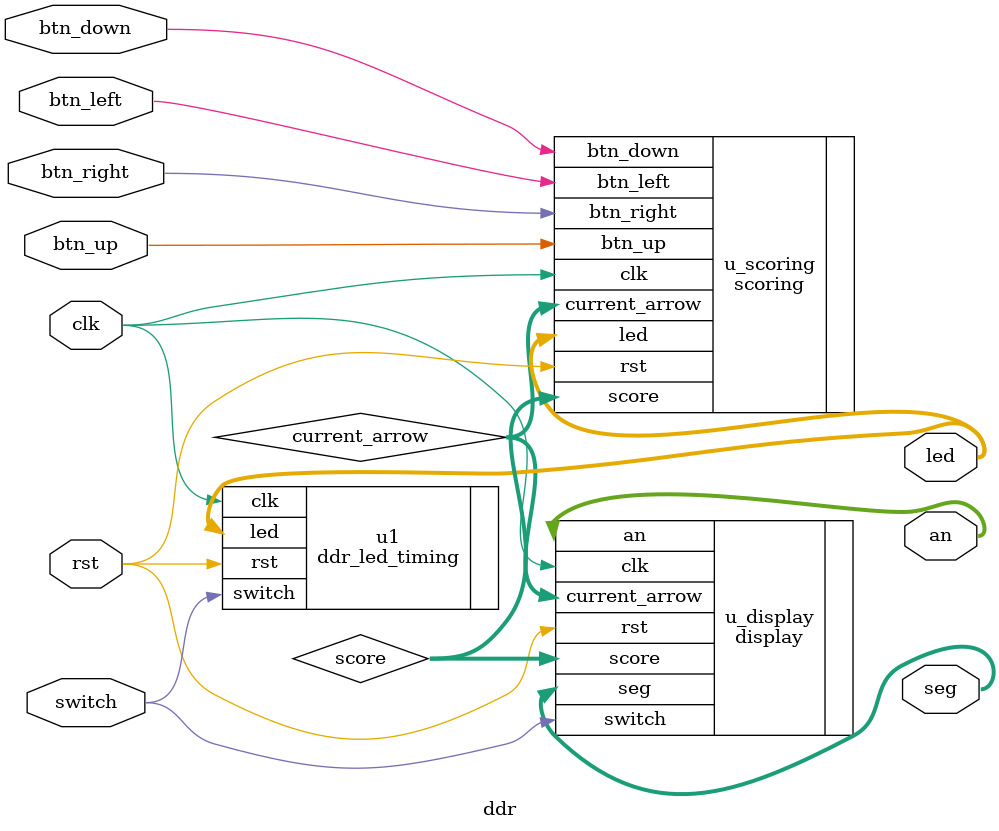
<source format=v>
`timescale 1ns / 1ps

module ddr(
    input wire clk,
    input wire rst,
    input wire switch,
    output wire [15:0] led,            // LED output for DDR timing (existing functionality)
    output wire [6:0] seg,
    output wire [3:0] an,
    input wire btn_right, 
    input wire btn_left, 
    input wire btn_up, 
    input wire btn_down            
);

    wire [1:0] current_arrow;
    wire [7:0] score;


    // Instance of the ddr_led_timing module
    ddr_led_timing u1 (
        .clk(clk),
        .rst(rst),
        .switch(switch),
        .led(led)
    );

    // Scoring module instance (assumes your original scoring module)
    scoring u_scoring (
        .clk(clk),
        .rst(rst),
        .current_arrow(current_arrow),
        .btn_left(btn_left),
        .btn_right(btn_right),
        .btn_up(btn_up),
        .btn_down(btn_down),
        .led(led),
        .score(score)
    );

    // Display module instance
    display u_display (
        .clk(clk),
        .rst(rst),
        .switch(switch),
        .score(score),
        .seg(seg),
        .an(an),
        .current_arrow(current_arrow)
    );



endmodule

</source>
